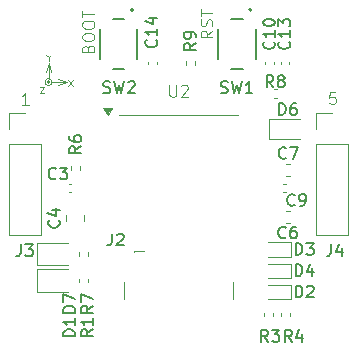
<source format=gto>
G04 #@! TF.GenerationSoftware,KiCad,Pcbnew,7.0.11*
G04 #@! TF.CreationDate,2025-04-13T23:55:20+09:00*
G04 #@! TF.ProjectId,sch16t_evt,73636831-3674-45f6-9576-742e6b696361,rev?*
G04 #@! TF.SameCoordinates,Original*
G04 #@! TF.FileFunction,Legend,Top*
G04 #@! TF.FilePolarity,Positive*
%FSLAX46Y46*%
G04 Gerber Fmt 4.6, Leading zero omitted, Abs format (unit mm)*
G04 Created by KiCad (PCBNEW 7.0.11) date 2025-04-13 23:55:20*
%MOMM*%
%LPD*%
G01*
G04 APERTURE LIST*
%ADD10C,0.100000*%
%ADD11C,0.150000*%
%ADD12C,0.120000*%
%ADD13C,0.127000*%
G04 APERTURE END LIST*
D10*
X139000001Y-92225000D02*
G75*
G03*
X138999999Y-92225000I-1J0D01*
G01*
X138999999Y-92225000D02*
G75*
G03*
X139000001Y-92225000I1J0D01*
G01*
X138250000Y-92625000D02*
X138650000Y-92625000D01*
X138800000Y-89925000D02*
X139000000Y-90125000D01*
X141050000Y-92025000D02*
X140650000Y-92525000D01*
X139300000Y-92225000D02*
G75*
G03*
X138700000Y-92225000I-300000J0D01*
G01*
X138700000Y-92225000D02*
G75*
G03*
X139300000Y-92225000I300000J0D01*
G01*
X139000000Y-90625000D02*
X139000000Y-91925000D01*
X139000000Y-90125000D02*
X139000000Y-90425000D01*
X139000000Y-90125000D02*
X139200000Y-89925000D01*
X138650000Y-92625000D02*
X138250000Y-93125000D01*
X138250000Y-93125000D02*
X138650000Y-93125000D01*
X140650000Y-92025000D02*
X141050000Y-92525000D01*
X140575000Y-92225000D02*
X139825000Y-91975000D01*
X139100000Y-92225000D02*
G75*
G03*
X138900000Y-92225000I-100000J0D01*
G01*
X138900000Y-92225000D02*
G75*
G03*
X139100000Y-92225000I100000J0D01*
G01*
X139000000Y-90625000D02*
X138750000Y-91375000D01*
X140575000Y-92225000D02*
X139300000Y-92225000D01*
X139000000Y-90625000D02*
X139250000Y-91375000D01*
X140575000Y-92225000D02*
X139825000Y-92475000D01*
X152872419Y-87874687D02*
X152396228Y-88208020D01*
X152872419Y-88446115D02*
X151872419Y-88446115D01*
X151872419Y-88446115D02*
X151872419Y-88065163D01*
X151872419Y-88065163D02*
X151920038Y-87969925D01*
X151920038Y-87969925D02*
X151967657Y-87922306D01*
X151967657Y-87922306D02*
X152062895Y-87874687D01*
X152062895Y-87874687D02*
X152205752Y-87874687D01*
X152205752Y-87874687D02*
X152300990Y-87922306D01*
X152300990Y-87922306D02*
X152348609Y-87969925D01*
X152348609Y-87969925D02*
X152396228Y-88065163D01*
X152396228Y-88065163D02*
X152396228Y-88446115D01*
X152824800Y-87493734D02*
X152872419Y-87350877D01*
X152872419Y-87350877D02*
X152872419Y-87112782D01*
X152872419Y-87112782D02*
X152824800Y-87017544D01*
X152824800Y-87017544D02*
X152777180Y-86969925D01*
X152777180Y-86969925D02*
X152681942Y-86922306D01*
X152681942Y-86922306D02*
X152586704Y-86922306D01*
X152586704Y-86922306D02*
X152491466Y-86969925D01*
X152491466Y-86969925D02*
X152443847Y-87017544D01*
X152443847Y-87017544D02*
X152396228Y-87112782D01*
X152396228Y-87112782D02*
X152348609Y-87303258D01*
X152348609Y-87303258D02*
X152300990Y-87398496D01*
X152300990Y-87398496D02*
X152253371Y-87446115D01*
X152253371Y-87446115D02*
X152158133Y-87493734D01*
X152158133Y-87493734D02*
X152062895Y-87493734D01*
X152062895Y-87493734D02*
X151967657Y-87446115D01*
X151967657Y-87446115D02*
X151920038Y-87398496D01*
X151920038Y-87398496D02*
X151872419Y-87303258D01*
X151872419Y-87303258D02*
X151872419Y-87065163D01*
X151872419Y-87065163D02*
X151920038Y-86922306D01*
X151872419Y-86636591D02*
X151872419Y-86065163D01*
X152872419Y-86350877D02*
X151872419Y-86350877D01*
X163280074Y-93072419D02*
X162803884Y-93072419D01*
X162803884Y-93072419D02*
X162756265Y-93548609D01*
X162756265Y-93548609D02*
X162803884Y-93500990D01*
X162803884Y-93500990D02*
X162899122Y-93453371D01*
X162899122Y-93453371D02*
X163137217Y-93453371D01*
X163137217Y-93453371D02*
X163232455Y-93500990D01*
X163232455Y-93500990D02*
X163280074Y-93548609D01*
X163280074Y-93548609D02*
X163327693Y-93643847D01*
X163327693Y-93643847D02*
X163327693Y-93881942D01*
X163327693Y-93881942D02*
X163280074Y-93977180D01*
X163280074Y-93977180D02*
X163232455Y-94024800D01*
X163232455Y-94024800D02*
X163137217Y-94072419D01*
X163137217Y-94072419D02*
X162899122Y-94072419D01*
X162899122Y-94072419D02*
X162803884Y-94024800D01*
X162803884Y-94024800D02*
X162756265Y-93977180D01*
X142348609Y-89362782D02*
X142396228Y-89219925D01*
X142396228Y-89219925D02*
X142443847Y-89172306D01*
X142443847Y-89172306D02*
X142539085Y-89124687D01*
X142539085Y-89124687D02*
X142681942Y-89124687D01*
X142681942Y-89124687D02*
X142777180Y-89172306D01*
X142777180Y-89172306D02*
X142824800Y-89219925D01*
X142824800Y-89219925D02*
X142872419Y-89315163D01*
X142872419Y-89315163D02*
X142872419Y-89696115D01*
X142872419Y-89696115D02*
X141872419Y-89696115D01*
X141872419Y-89696115D02*
X141872419Y-89362782D01*
X141872419Y-89362782D02*
X141920038Y-89267544D01*
X141920038Y-89267544D02*
X141967657Y-89219925D01*
X141967657Y-89219925D02*
X142062895Y-89172306D01*
X142062895Y-89172306D02*
X142158133Y-89172306D01*
X142158133Y-89172306D02*
X142253371Y-89219925D01*
X142253371Y-89219925D02*
X142300990Y-89267544D01*
X142300990Y-89267544D02*
X142348609Y-89362782D01*
X142348609Y-89362782D02*
X142348609Y-89696115D01*
X141872419Y-88505639D02*
X141872419Y-88315163D01*
X141872419Y-88315163D02*
X141920038Y-88219925D01*
X141920038Y-88219925D02*
X142015276Y-88124687D01*
X142015276Y-88124687D02*
X142205752Y-88077068D01*
X142205752Y-88077068D02*
X142539085Y-88077068D01*
X142539085Y-88077068D02*
X142729561Y-88124687D01*
X142729561Y-88124687D02*
X142824800Y-88219925D01*
X142824800Y-88219925D02*
X142872419Y-88315163D01*
X142872419Y-88315163D02*
X142872419Y-88505639D01*
X142872419Y-88505639D02*
X142824800Y-88600877D01*
X142824800Y-88600877D02*
X142729561Y-88696115D01*
X142729561Y-88696115D02*
X142539085Y-88743734D01*
X142539085Y-88743734D02*
X142205752Y-88743734D01*
X142205752Y-88743734D02*
X142015276Y-88696115D01*
X142015276Y-88696115D02*
X141920038Y-88600877D01*
X141920038Y-88600877D02*
X141872419Y-88505639D01*
X141872419Y-87458020D02*
X141872419Y-87267544D01*
X141872419Y-87267544D02*
X141920038Y-87172306D01*
X141920038Y-87172306D02*
X142015276Y-87077068D01*
X142015276Y-87077068D02*
X142205752Y-87029449D01*
X142205752Y-87029449D02*
X142539085Y-87029449D01*
X142539085Y-87029449D02*
X142729561Y-87077068D01*
X142729561Y-87077068D02*
X142824800Y-87172306D01*
X142824800Y-87172306D02*
X142872419Y-87267544D01*
X142872419Y-87267544D02*
X142872419Y-87458020D01*
X142872419Y-87458020D02*
X142824800Y-87553258D01*
X142824800Y-87553258D02*
X142729561Y-87648496D01*
X142729561Y-87648496D02*
X142539085Y-87696115D01*
X142539085Y-87696115D02*
X142205752Y-87696115D01*
X142205752Y-87696115D02*
X142015276Y-87648496D01*
X142015276Y-87648496D02*
X141920038Y-87553258D01*
X141920038Y-87553258D02*
X141872419Y-87458020D01*
X141872419Y-86743734D02*
X141872419Y-86172306D01*
X142872419Y-86458020D02*
X141872419Y-86458020D01*
X137327693Y-94122419D02*
X136756265Y-94122419D01*
X137041979Y-94122419D02*
X137041979Y-93122419D01*
X137041979Y-93122419D02*
X136946741Y-93265276D01*
X136946741Y-93265276D02*
X136851503Y-93360514D01*
X136851503Y-93360514D02*
X136756265Y-93408133D01*
D11*
X158511905Y-95003819D02*
X158511905Y-94003819D01*
X158511905Y-94003819D02*
X158750000Y-94003819D01*
X158750000Y-94003819D02*
X158892857Y-94051438D01*
X158892857Y-94051438D02*
X158988095Y-94146676D01*
X158988095Y-94146676D02*
X159035714Y-94241914D01*
X159035714Y-94241914D02*
X159083333Y-94432390D01*
X159083333Y-94432390D02*
X159083333Y-94575247D01*
X159083333Y-94575247D02*
X159035714Y-94765723D01*
X159035714Y-94765723D02*
X158988095Y-94860961D01*
X158988095Y-94860961D02*
X158892857Y-94956200D01*
X158892857Y-94956200D02*
X158750000Y-95003819D01*
X158750000Y-95003819D02*
X158511905Y-95003819D01*
X159940476Y-94003819D02*
X159750000Y-94003819D01*
X159750000Y-94003819D02*
X159654762Y-94051438D01*
X159654762Y-94051438D02*
X159607143Y-94099057D01*
X159607143Y-94099057D02*
X159511905Y-94241914D01*
X159511905Y-94241914D02*
X159464286Y-94432390D01*
X159464286Y-94432390D02*
X159464286Y-94813342D01*
X159464286Y-94813342D02*
X159511905Y-94908580D01*
X159511905Y-94908580D02*
X159559524Y-94956200D01*
X159559524Y-94956200D02*
X159654762Y-95003819D01*
X159654762Y-95003819D02*
X159845238Y-95003819D01*
X159845238Y-95003819D02*
X159940476Y-94956200D01*
X159940476Y-94956200D02*
X159988095Y-94908580D01*
X159988095Y-94908580D02*
X160035714Y-94813342D01*
X160035714Y-94813342D02*
X160035714Y-94575247D01*
X160035714Y-94575247D02*
X159988095Y-94480009D01*
X159988095Y-94480009D02*
X159940476Y-94432390D01*
X159940476Y-94432390D02*
X159845238Y-94384771D01*
X159845238Y-94384771D02*
X159654762Y-94384771D01*
X159654762Y-94384771D02*
X159559524Y-94432390D01*
X159559524Y-94432390D02*
X159511905Y-94480009D01*
X159511905Y-94480009D02*
X159464286Y-94575247D01*
X159359580Y-88796857D02*
X159407200Y-88844476D01*
X159407200Y-88844476D02*
X159454819Y-88987333D01*
X159454819Y-88987333D02*
X159454819Y-89082571D01*
X159454819Y-89082571D02*
X159407200Y-89225428D01*
X159407200Y-89225428D02*
X159311961Y-89320666D01*
X159311961Y-89320666D02*
X159216723Y-89368285D01*
X159216723Y-89368285D02*
X159026247Y-89415904D01*
X159026247Y-89415904D02*
X158883390Y-89415904D01*
X158883390Y-89415904D02*
X158692914Y-89368285D01*
X158692914Y-89368285D02*
X158597676Y-89320666D01*
X158597676Y-89320666D02*
X158502438Y-89225428D01*
X158502438Y-89225428D02*
X158454819Y-89082571D01*
X158454819Y-89082571D02*
X158454819Y-88987333D01*
X158454819Y-88987333D02*
X158502438Y-88844476D01*
X158502438Y-88844476D02*
X158550057Y-88796857D01*
X159454819Y-87844476D02*
X159454819Y-88415904D01*
X159454819Y-88130190D02*
X158454819Y-88130190D01*
X158454819Y-88130190D02*
X158597676Y-88225428D01*
X158597676Y-88225428D02*
X158692914Y-88320666D01*
X158692914Y-88320666D02*
X158740533Y-88415904D01*
X158454819Y-87511142D02*
X158454819Y-86892095D01*
X158454819Y-86892095D02*
X158835771Y-87225428D01*
X158835771Y-87225428D02*
X158835771Y-87082571D01*
X158835771Y-87082571D02*
X158883390Y-86987333D01*
X158883390Y-86987333D02*
X158931009Y-86939714D01*
X158931009Y-86939714D02*
X159026247Y-86892095D01*
X159026247Y-86892095D02*
X159264342Y-86892095D01*
X159264342Y-86892095D02*
X159359580Y-86939714D01*
X159359580Y-86939714D02*
X159407200Y-86987333D01*
X159407200Y-86987333D02*
X159454819Y-87082571D01*
X159454819Y-87082571D02*
X159454819Y-87368285D01*
X159454819Y-87368285D02*
X159407200Y-87463523D01*
X159407200Y-87463523D02*
X159359580Y-87511142D01*
X136666666Y-105954819D02*
X136666666Y-106669104D01*
X136666666Y-106669104D02*
X136619047Y-106811961D01*
X136619047Y-106811961D02*
X136523809Y-106907200D01*
X136523809Y-106907200D02*
X136380952Y-106954819D01*
X136380952Y-106954819D02*
X136285714Y-106954819D01*
X137047619Y-105954819D02*
X137666666Y-105954819D01*
X137666666Y-105954819D02*
X137333333Y-106335771D01*
X137333333Y-106335771D02*
X137476190Y-106335771D01*
X137476190Y-106335771D02*
X137571428Y-106383390D01*
X137571428Y-106383390D02*
X137619047Y-106431009D01*
X137619047Y-106431009D02*
X137666666Y-106526247D01*
X137666666Y-106526247D02*
X137666666Y-106764342D01*
X137666666Y-106764342D02*
X137619047Y-106859580D01*
X137619047Y-106859580D02*
X137571428Y-106907200D01*
X137571428Y-106907200D02*
X137476190Y-106954819D01*
X137476190Y-106954819D02*
X137190476Y-106954819D01*
X137190476Y-106954819D02*
X137095238Y-106907200D01*
X137095238Y-106907200D02*
X137047619Y-106859580D01*
X151454819Y-88916666D02*
X150978628Y-89249999D01*
X151454819Y-89488094D02*
X150454819Y-89488094D01*
X150454819Y-89488094D02*
X150454819Y-89107142D01*
X150454819Y-89107142D02*
X150502438Y-89011904D01*
X150502438Y-89011904D02*
X150550057Y-88964285D01*
X150550057Y-88964285D02*
X150645295Y-88916666D01*
X150645295Y-88916666D02*
X150788152Y-88916666D01*
X150788152Y-88916666D02*
X150883390Y-88964285D01*
X150883390Y-88964285D02*
X150931009Y-89011904D01*
X150931009Y-89011904D02*
X150978628Y-89107142D01*
X150978628Y-89107142D02*
X150978628Y-89488094D01*
X151454819Y-88440475D02*
X151454819Y-88249999D01*
X151454819Y-88249999D02*
X151407200Y-88154761D01*
X151407200Y-88154761D02*
X151359580Y-88107142D01*
X151359580Y-88107142D02*
X151216723Y-88011904D01*
X151216723Y-88011904D02*
X151026247Y-87964285D01*
X151026247Y-87964285D02*
X150645295Y-87964285D01*
X150645295Y-87964285D02*
X150550057Y-88011904D01*
X150550057Y-88011904D02*
X150502438Y-88059523D01*
X150502438Y-88059523D02*
X150454819Y-88154761D01*
X150454819Y-88154761D02*
X150454819Y-88345237D01*
X150454819Y-88345237D02*
X150502438Y-88440475D01*
X150502438Y-88440475D02*
X150550057Y-88488094D01*
X150550057Y-88488094D02*
X150645295Y-88535713D01*
X150645295Y-88535713D02*
X150883390Y-88535713D01*
X150883390Y-88535713D02*
X150978628Y-88488094D01*
X150978628Y-88488094D02*
X151026247Y-88440475D01*
X151026247Y-88440475D02*
X151073866Y-88345237D01*
X151073866Y-88345237D02*
X151073866Y-88154761D01*
X151073866Y-88154761D02*
X151026247Y-88059523D01*
X151026247Y-88059523D02*
X150978628Y-88011904D01*
X150978628Y-88011904D02*
X150883390Y-87964285D01*
X141754819Y-97666666D02*
X141278628Y-97999999D01*
X141754819Y-98238094D02*
X140754819Y-98238094D01*
X140754819Y-98238094D02*
X140754819Y-97857142D01*
X140754819Y-97857142D02*
X140802438Y-97761904D01*
X140802438Y-97761904D02*
X140850057Y-97714285D01*
X140850057Y-97714285D02*
X140945295Y-97666666D01*
X140945295Y-97666666D02*
X141088152Y-97666666D01*
X141088152Y-97666666D02*
X141183390Y-97714285D01*
X141183390Y-97714285D02*
X141231009Y-97761904D01*
X141231009Y-97761904D02*
X141278628Y-97857142D01*
X141278628Y-97857142D02*
X141278628Y-98238094D01*
X140754819Y-96809523D02*
X140754819Y-96999999D01*
X140754819Y-96999999D02*
X140802438Y-97095237D01*
X140802438Y-97095237D02*
X140850057Y-97142856D01*
X140850057Y-97142856D02*
X140992914Y-97238094D01*
X140992914Y-97238094D02*
X141183390Y-97285713D01*
X141183390Y-97285713D02*
X141564342Y-97285713D01*
X141564342Y-97285713D02*
X141659580Y-97238094D01*
X141659580Y-97238094D02*
X141707200Y-97190475D01*
X141707200Y-97190475D02*
X141754819Y-97095237D01*
X141754819Y-97095237D02*
X141754819Y-96904761D01*
X141754819Y-96904761D02*
X141707200Y-96809523D01*
X141707200Y-96809523D02*
X141659580Y-96761904D01*
X141659580Y-96761904D02*
X141564342Y-96714285D01*
X141564342Y-96714285D02*
X141326247Y-96714285D01*
X141326247Y-96714285D02*
X141231009Y-96761904D01*
X141231009Y-96761904D02*
X141183390Y-96809523D01*
X141183390Y-96809523D02*
X141135771Y-96904761D01*
X141135771Y-96904761D02*
X141135771Y-97095237D01*
X141135771Y-97095237D02*
X141183390Y-97190475D01*
X141183390Y-97190475D02*
X141231009Y-97238094D01*
X141231009Y-97238094D02*
X141326247Y-97285713D01*
X142754819Y-111166666D02*
X142278628Y-111499999D01*
X142754819Y-111738094D02*
X141754819Y-111738094D01*
X141754819Y-111738094D02*
X141754819Y-111357142D01*
X141754819Y-111357142D02*
X141802438Y-111261904D01*
X141802438Y-111261904D02*
X141850057Y-111214285D01*
X141850057Y-111214285D02*
X141945295Y-111166666D01*
X141945295Y-111166666D02*
X142088152Y-111166666D01*
X142088152Y-111166666D02*
X142183390Y-111214285D01*
X142183390Y-111214285D02*
X142231009Y-111261904D01*
X142231009Y-111261904D02*
X142278628Y-111357142D01*
X142278628Y-111357142D02*
X142278628Y-111738094D01*
X141754819Y-110833332D02*
X141754819Y-110166666D01*
X141754819Y-110166666D02*
X142754819Y-110595237D01*
X139859580Y-103916666D02*
X139907200Y-103964285D01*
X139907200Y-103964285D02*
X139954819Y-104107142D01*
X139954819Y-104107142D02*
X139954819Y-104202380D01*
X139954819Y-104202380D02*
X139907200Y-104345237D01*
X139907200Y-104345237D02*
X139811961Y-104440475D01*
X139811961Y-104440475D02*
X139716723Y-104488094D01*
X139716723Y-104488094D02*
X139526247Y-104535713D01*
X139526247Y-104535713D02*
X139383390Y-104535713D01*
X139383390Y-104535713D02*
X139192914Y-104488094D01*
X139192914Y-104488094D02*
X139097676Y-104440475D01*
X139097676Y-104440475D02*
X139002438Y-104345237D01*
X139002438Y-104345237D02*
X138954819Y-104202380D01*
X138954819Y-104202380D02*
X138954819Y-104107142D01*
X138954819Y-104107142D02*
X139002438Y-103964285D01*
X139002438Y-103964285D02*
X139050057Y-103916666D01*
X139288152Y-103059523D02*
X139954819Y-103059523D01*
X138907200Y-103297618D02*
X139621485Y-103535713D01*
X139621485Y-103535713D02*
X139621485Y-102916666D01*
X141254819Y-111738094D02*
X140254819Y-111738094D01*
X140254819Y-111738094D02*
X140254819Y-111499999D01*
X140254819Y-111499999D02*
X140302438Y-111357142D01*
X140302438Y-111357142D02*
X140397676Y-111261904D01*
X140397676Y-111261904D02*
X140492914Y-111214285D01*
X140492914Y-111214285D02*
X140683390Y-111166666D01*
X140683390Y-111166666D02*
X140826247Y-111166666D01*
X140826247Y-111166666D02*
X141016723Y-111214285D01*
X141016723Y-111214285D02*
X141111961Y-111261904D01*
X141111961Y-111261904D02*
X141207200Y-111357142D01*
X141207200Y-111357142D02*
X141254819Y-111499999D01*
X141254819Y-111499999D02*
X141254819Y-111738094D01*
X140254819Y-110833332D02*
X140254819Y-110166666D01*
X140254819Y-110166666D02*
X141254819Y-110595237D01*
X159909905Y-106854819D02*
X159909905Y-105854819D01*
X159909905Y-105854819D02*
X160148000Y-105854819D01*
X160148000Y-105854819D02*
X160290857Y-105902438D01*
X160290857Y-105902438D02*
X160386095Y-105997676D01*
X160386095Y-105997676D02*
X160433714Y-106092914D01*
X160433714Y-106092914D02*
X160481333Y-106283390D01*
X160481333Y-106283390D02*
X160481333Y-106426247D01*
X160481333Y-106426247D02*
X160433714Y-106616723D01*
X160433714Y-106616723D02*
X160386095Y-106711961D01*
X160386095Y-106711961D02*
X160290857Y-106807200D01*
X160290857Y-106807200D02*
X160148000Y-106854819D01*
X160148000Y-106854819D02*
X159909905Y-106854819D01*
X160814667Y-105854819D02*
X161433714Y-105854819D01*
X161433714Y-105854819D02*
X161100381Y-106235771D01*
X161100381Y-106235771D02*
X161243238Y-106235771D01*
X161243238Y-106235771D02*
X161338476Y-106283390D01*
X161338476Y-106283390D02*
X161386095Y-106331009D01*
X161386095Y-106331009D02*
X161433714Y-106426247D01*
X161433714Y-106426247D02*
X161433714Y-106664342D01*
X161433714Y-106664342D02*
X161386095Y-106759580D01*
X161386095Y-106759580D02*
X161338476Y-106807200D01*
X161338476Y-106807200D02*
X161243238Y-106854819D01*
X161243238Y-106854819D02*
X160957524Y-106854819D01*
X160957524Y-106854819D02*
X160862286Y-106807200D01*
X160862286Y-106807200D02*
X160814667Y-106759580D01*
X159833333Y-102609580D02*
X159785714Y-102657200D01*
X159785714Y-102657200D02*
X159642857Y-102704819D01*
X159642857Y-102704819D02*
X159547619Y-102704819D01*
X159547619Y-102704819D02*
X159404762Y-102657200D01*
X159404762Y-102657200D02*
X159309524Y-102561961D01*
X159309524Y-102561961D02*
X159261905Y-102466723D01*
X159261905Y-102466723D02*
X159214286Y-102276247D01*
X159214286Y-102276247D02*
X159214286Y-102133390D01*
X159214286Y-102133390D02*
X159261905Y-101942914D01*
X159261905Y-101942914D02*
X159309524Y-101847676D01*
X159309524Y-101847676D02*
X159404762Y-101752438D01*
X159404762Y-101752438D02*
X159547619Y-101704819D01*
X159547619Y-101704819D02*
X159642857Y-101704819D01*
X159642857Y-101704819D02*
X159785714Y-101752438D01*
X159785714Y-101752438D02*
X159833333Y-101800057D01*
X160309524Y-102704819D02*
X160500000Y-102704819D01*
X160500000Y-102704819D02*
X160595238Y-102657200D01*
X160595238Y-102657200D02*
X160642857Y-102609580D01*
X160642857Y-102609580D02*
X160738095Y-102466723D01*
X160738095Y-102466723D02*
X160785714Y-102276247D01*
X160785714Y-102276247D02*
X160785714Y-101895295D01*
X160785714Y-101895295D02*
X160738095Y-101800057D01*
X160738095Y-101800057D02*
X160690476Y-101752438D01*
X160690476Y-101752438D02*
X160595238Y-101704819D01*
X160595238Y-101704819D02*
X160404762Y-101704819D01*
X160404762Y-101704819D02*
X160309524Y-101752438D01*
X160309524Y-101752438D02*
X160261905Y-101800057D01*
X160261905Y-101800057D02*
X160214286Y-101895295D01*
X160214286Y-101895295D02*
X160214286Y-102133390D01*
X160214286Y-102133390D02*
X160261905Y-102228628D01*
X160261905Y-102228628D02*
X160309524Y-102276247D01*
X160309524Y-102276247D02*
X160404762Y-102323866D01*
X160404762Y-102323866D02*
X160595238Y-102323866D01*
X160595238Y-102323866D02*
X160690476Y-102276247D01*
X160690476Y-102276247D02*
X160738095Y-102228628D01*
X160738095Y-102228628D02*
X160785714Y-102133390D01*
X153589546Y-93107861D02*
X153732630Y-93155555D01*
X153732630Y-93155555D02*
X153971104Y-93155555D01*
X153971104Y-93155555D02*
X154066494Y-93107861D01*
X154066494Y-93107861D02*
X154114189Y-93060166D01*
X154114189Y-93060166D02*
X154161883Y-92964776D01*
X154161883Y-92964776D02*
X154161883Y-92869386D01*
X154161883Y-92869386D02*
X154114189Y-92773997D01*
X154114189Y-92773997D02*
X154066494Y-92726302D01*
X154066494Y-92726302D02*
X153971104Y-92678607D01*
X153971104Y-92678607D02*
X153780325Y-92630912D01*
X153780325Y-92630912D02*
X153684935Y-92583218D01*
X153684935Y-92583218D02*
X153637241Y-92535523D01*
X153637241Y-92535523D02*
X153589546Y-92440133D01*
X153589546Y-92440133D02*
X153589546Y-92344744D01*
X153589546Y-92344744D02*
X153637241Y-92249354D01*
X153637241Y-92249354D02*
X153684935Y-92201659D01*
X153684935Y-92201659D02*
X153780325Y-92153964D01*
X153780325Y-92153964D02*
X154018799Y-92153964D01*
X154018799Y-92153964D02*
X154161883Y-92201659D01*
X154495747Y-92153964D02*
X154734221Y-93155555D01*
X154734221Y-93155555D02*
X154925000Y-92440133D01*
X154925000Y-92440133D02*
X155115779Y-93155555D01*
X155115779Y-93155555D02*
X155354254Y-92153964D01*
X156260454Y-93155555D02*
X155688117Y-93155555D01*
X155974286Y-93155555D02*
X155974286Y-92153964D01*
X155974286Y-92153964D02*
X155878896Y-92297049D01*
X155878896Y-92297049D02*
X155783506Y-92392438D01*
X155783506Y-92392438D02*
X155688117Y-92440133D01*
X158059580Y-88796857D02*
X158107200Y-88844476D01*
X158107200Y-88844476D02*
X158154819Y-88987333D01*
X158154819Y-88987333D02*
X158154819Y-89082571D01*
X158154819Y-89082571D02*
X158107200Y-89225428D01*
X158107200Y-89225428D02*
X158011961Y-89320666D01*
X158011961Y-89320666D02*
X157916723Y-89368285D01*
X157916723Y-89368285D02*
X157726247Y-89415904D01*
X157726247Y-89415904D02*
X157583390Y-89415904D01*
X157583390Y-89415904D02*
X157392914Y-89368285D01*
X157392914Y-89368285D02*
X157297676Y-89320666D01*
X157297676Y-89320666D02*
X157202438Y-89225428D01*
X157202438Y-89225428D02*
X157154819Y-89082571D01*
X157154819Y-89082571D02*
X157154819Y-88987333D01*
X157154819Y-88987333D02*
X157202438Y-88844476D01*
X157202438Y-88844476D02*
X157250057Y-88796857D01*
X158154819Y-87844476D02*
X158154819Y-88415904D01*
X158154819Y-88130190D02*
X157154819Y-88130190D01*
X157154819Y-88130190D02*
X157297676Y-88225428D01*
X157297676Y-88225428D02*
X157392914Y-88320666D01*
X157392914Y-88320666D02*
X157440533Y-88415904D01*
X157154819Y-87225428D02*
X157154819Y-87130190D01*
X157154819Y-87130190D02*
X157202438Y-87034952D01*
X157202438Y-87034952D02*
X157250057Y-86987333D01*
X157250057Y-86987333D02*
X157345295Y-86939714D01*
X157345295Y-86939714D02*
X157535771Y-86892095D01*
X157535771Y-86892095D02*
X157773866Y-86892095D01*
X157773866Y-86892095D02*
X157964342Y-86939714D01*
X157964342Y-86939714D02*
X158059580Y-86987333D01*
X158059580Y-86987333D02*
X158107200Y-87034952D01*
X158107200Y-87034952D02*
X158154819Y-87130190D01*
X158154819Y-87130190D02*
X158154819Y-87225428D01*
X158154819Y-87225428D02*
X158107200Y-87320666D01*
X158107200Y-87320666D02*
X158059580Y-87368285D01*
X158059580Y-87368285D02*
X157964342Y-87415904D01*
X157964342Y-87415904D02*
X157773866Y-87463523D01*
X157773866Y-87463523D02*
X157535771Y-87463523D01*
X157535771Y-87463523D02*
X157345295Y-87415904D01*
X157345295Y-87415904D02*
X157250057Y-87368285D01*
X157250057Y-87368285D02*
X157202438Y-87320666D01*
X157202438Y-87320666D02*
X157154819Y-87225428D01*
X144366666Y-105054819D02*
X144366666Y-105769104D01*
X144366666Y-105769104D02*
X144319047Y-105911961D01*
X144319047Y-105911961D02*
X144223809Y-106007200D01*
X144223809Y-106007200D02*
X144080952Y-106054819D01*
X144080952Y-106054819D02*
X143985714Y-106054819D01*
X144795238Y-105150057D02*
X144842857Y-105102438D01*
X144842857Y-105102438D02*
X144938095Y-105054819D01*
X144938095Y-105054819D02*
X145176190Y-105054819D01*
X145176190Y-105054819D02*
X145271428Y-105102438D01*
X145271428Y-105102438D02*
X145319047Y-105150057D01*
X145319047Y-105150057D02*
X145366666Y-105245295D01*
X145366666Y-105245295D02*
X145366666Y-105340533D01*
X145366666Y-105340533D02*
X145319047Y-105483390D01*
X145319047Y-105483390D02*
X144747619Y-106054819D01*
X144747619Y-106054819D02*
X145366666Y-106054819D01*
X157583333Y-114204819D02*
X157250000Y-113728628D01*
X157011905Y-114204819D02*
X157011905Y-113204819D01*
X157011905Y-113204819D02*
X157392857Y-113204819D01*
X157392857Y-113204819D02*
X157488095Y-113252438D01*
X157488095Y-113252438D02*
X157535714Y-113300057D01*
X157535714Y-113300057D02*
X157583333Y-113395295D01*
X157583333Y-113395295D02*
X157583333Y-113538152D01*
X157583333Y-113538152D02*
X157535714Y-113633390D01*
X157535714Y-113633390D02*
X157488095Y-113681009D01*
X157488095Y-113681009D02*
X157392857Y-113728628D01*
X157392857Y-113728628D02*
X157011905Y-113728628D01*
X157916667Y-113204819D02*
X158535714Y-113204819D01*
X158535714Y-113204819D02*
X158202381Y-113585771D01*
X158202381Y-113585771D02*
X158345238Y-113585771D01*
X158345238Y-113585771D02*
X158440476Y-113633390D01*
X158440476Y-113633390D02*
X158488095Y-113681009D01*
X158488095Y-113681009D02*
X158535714Y-113776247D01*
X158535714Y-113776247D02*
X158535714Y-114014342D01*
X158535714Y-114014342D02*
X158488095Y-114109580D01*
X158488095Y-114109580D02*
X158440476Y-114157200D01*
X158440476Y-114157200D02*
X158345238Y-114204819D01*
X158345238Y-114204819D02*
X158059524Y-114204819D01*
X158059524Y-114204819D02*
X157964286Y-114157200D01*
X157964286Y-114157200D02*
X157916667Y-114109580D01*
D10*
X149238095Y-92457419D02*
X149238095Y-93266942D01*
X149238095Y-93266942D02*
X149285714Y-93362180D01*
X149285714Y-93362180D02*
X149333333Y-93409800D01*
X149333333Y-93409800D02*
X149428571Y-93457419D01*
X149428571Y-93457419D02*
X149619047Y-93457419D01*
X149619047Y-93457419D02*
X149714285Y-93409800D01*
X149714285Y-93409800D02*
X149761904Y-93362180D01*
X149761904Y-93362180D02*
X149809523Y-93266942D01*
X149809523Y-93266942D02*
X149809523Y-92457419D01*
X150238095Y-92552657D02*
X150285714Y-92505038D01*
X150285714Y-92505038D02*
X150380952Y-92457419D01*
X150380952Y-92457419D02*
X150619047Y-92457419D01*
X150619047Y-92457419D02*
X150714285Y-92505038D01*
X150714285Y-92505038D02*
X150761904Y-92552657D01*
X150761904Y-92552657D02*
X150809523Y-92647895D01*
X150809523Y-92647895D02*
X150809523Y-92743133D01*
X150809523Y-92743133D02*
X150761904Y-92885990D01*
X150761904Y-92885990D02*
X150190476Y-93457419D01*
X150190476Y-93457419D02*
X150809523Y-93457419D01*
D11*
X159108333Y-98629580D02*
X159060714Y-98677200D01*
X159060714Y-98677200D02*
X158917857Y-98724819D01*
X158917857Y-98724819D02*
X158822619Y-98724819D01*
X158822619Y-98724819D02*
X158679762Y-98677200D01*
X158679762Y-98677200D02*
X158584524Y-98581961D01*
X158584524Y-98581961D02*
X158536905Y-98486723D01*
X158536905Y-98486723D02*
X158489286Y-98296247D01*
X158489286Y-98296247D02*
X158489286Y-98153390D01*
X158489286Y-98153390D02*
X158536905Y-97962914D01*
X158536905Y-97962914D02*
X158584524Y-97867676D01*
X158584524Y-97867676D02*
X158679762Y-97772438D01*
X158679762Y-97772438D02*
X158822619Y-97724819D01*
X158822619Y-97724819D02*
X158917857Y-97724819D01*
X158917857Y-97724819D02*
X159060714Y-97772438D01*
X159060714Y-97772438D02*
X159108333Y-97820057D01*
X159441667Y-97724819D02*
X160108333Y-97724819D01*
X160108333Y-97724819D02*
X159679762Y-98724819D01*
X143636546Y-93107861D02*
X143779630Y-93155555D01*
X143779630Y-93155555D02*
X144018104Y-93155555D01*
X144018104Y-93155555D02*
X144113494Y-93107861D01*
X144113494Y-93107861D02*
X144161189Y-93060166D01*
X144161189Y-93060166D02*
X144208883Y-92964776D01*
X144208883Y-92964776D02*
X144208883Y-92869386D01*
X144208883Y-92869386D02*
X144161189Y-92773997D01*
X144161189Y-92773997D02*
X144113494Y-92726302D01*
X144113494Y-92726302D02*
X144018104Y-92678607D01*
X144018104Y-92678607D02*
X143827325Y-92630912D01*
X143827325Y-92630912D02*
X143731935Y-92583218D01*
X143731935Y-92583218D02*
X143684241Y-92535523D01*
X143684241Y-92535523D02*
X143636546Y-92440133D01*
X143636546Y-92440133D02*
X143636546Y-92344744D01*
X143636546Y-92344744D02*
X143684241Y-92249354D01*
X143684241Y-92249354D02*
X143731935Y-92201659D01*
X143731935Y-92201659D02*
X143827325Y-92153964D01*
X143827325Y-92153964D02*
X144065799Y-92153964D01*
X144065799Y-92153964D02*
X144208883Y-92201659D01*
X144542747Y-92153964D02*
X144781221Y-93155555D01*
X144781221Y-93155555D02*
X144972000Y-92440133D01*
X144972000Y-92440133D02*
X145162779Y-93155555D01*
X145162779Y-93155555D02*
X145401254Y-92153964D01*
X145735117Y-92249354D02*
X145782812Y-92201659D01*
X145782812Y-92201659D02*
X145878201Y-92153964D01*
X145878201Y-92153964D02*
X146116675Y-92153964D01*
X146116675Y-92153964D02*
X146212065Y-92201659D01*
X146212065Y-92201659D02*
X146259760Y-92249354D01*
X146259760Y-92249354D02*
X146307454Y-92344744D01*
X146307454Y-92344744D02*
X146307454Y-92440133D01*
X146307454Y-92440133D02*
X146259760Y-92583218D01*
X146259760Y-92583218D02*
X145687422Y-93155555D01*
X145687422Y-93155555D02*
X146307454Y-93155555D01*
X159083333Y-105359580D02*
X159035714Y-105407200D01*
X159035714Y-105407200D02*
X158892857Y-105454819D01*
X158892857Y-105454819D02*
X158797619Y-105454819D01*
X158797619Y-105454819D02*
X158654762Y-105407200D01*
X158654762Y-105407200D02*
X158559524Y-105311961D01*
X158559524Y-105311961D02*
X158511905Y-105216723D01*
X158511905Y-105216723D02*
X158464286Y-105026247D01*
X158464286Y-105026247D02*
X158464286Y-104883390D01*
X158464286Y-104883390D02*
X158511905Y-104692914D01*
X158511905Y-104692914D02*
X158559524Y-104597676D01*
X158559524Y-104597676D02*
X158654762Y-104502438D01*
X158654762Y-104502438D02*
X158797619Y-104454819D01*
X158797619Y-104454819D02*
X158892857Y-104454819D01*
X158892857Y-104454819D02*
X159035714Y-104502438D01*
X159035714Y-104502438D02*
X159083333Y-104550057D01*
X159940476Y-104454819D02*
X159750000Y-104454819D01*
X159750000Y-104454819D02*
X159654762Y-104502438D01*
X159654762Y-104502438D02*
X159607143Y-104550057D01*
X159607143Y-104550057D02*
X159511905Y-104692914D01*
X159511905Y-104692914D02*
X159464286Y-104883390D01*
X159464286Y-104883390D02*
X159464286Y-105264342D01*
X159464286Y-105264342D02*
X159511905Y-105359580D01*
X159511905Y-105359580D02*
X159559524Y-105407200D01*
X159559524Y-105407200D02*
X159654762Y-105454819D01*
X159654762Y-105454819D02*
X159845238Y-105454819D01*
X159845238Y-105454819D02*
X159940476Y-105407200D01*
X159940476Y-105407200D02*
X159988095Y-105359580D01*
X159988095Y-105359580D02*
X160035714Y-105264342D01*
X160035714Y-105264342D02*
X160035714Y-105026247D01*
X160035714Y-105026247D02*
X159988095Y-104931009D01*
X159988095Y-104931009D02*
X159940476Y-104883390D01*
X159940476Y-104883390D02*
X159845238Y-104835771D01*
X159845238Y-104835771D02*
X159654762Y-104835771D01*
X159654762Y-104835771D02*
X159559524Y-104883390D01*
X159559524Y-104883390D02*
X159511905Y-104931009D01*
X159511905Y-104931009D02*
X159464286Y-105026247D01*
X159909905Y-108654819D02*
X159909905Y-107654819D01*
X159909905Y-107654819D02*
X160148000Y-107654819D01*
X160148000Y-107654819D02*
X160290857Y-107702438D01*
X160290857Y-107702438D02*
X160386095Y-107797676D01*
X160386095Y-107797676D02*
X160433714Y-107892914D01*
X160433714Y-107892914D02*
X160481333Y-108083390D01*
X160481333Y-108083390D02*
X160481333Y-108226247D01*
X160481333Y-108226247D02*
X160433714Y-108416723D01*
X160433714Y-108416723D02*
X160386095Y-108511961D01*
X160386095Y-108511961D02*
X160290857Y-108607200D01*
X160290857Y-108607200D02*
X160148000Y-108654819D01*
X160148000Y-108654819D02*
X159909905Y-108654819D01*
X161338476Y-107988152D02*
X161338476Y-108654819D01*
X161100381Y-107607200D02*
X160862286Y-108321485D01*
X160862286Y-108321485D02*
X161481333Y-108321485D01*
X159909905Y-110454819D02*
X159909905Y-109454819D01*
X159909905Y-109454819D02*
X160148000Y-109454819D01*
X160148000Y-109454819D02*
X160290857Y-109502438D01*
X160290857Y-109502438D02*
X160386095Y-109597676D01*
X160386095Y-109597676D02*
X160433714Y-109692914D01*
X160433714Y-109692914D02*
X160481333Y-109883390D01*
X160481333Y-109883390D02*
X160481333Y-110026247D01*
X160481333Y-110026247D02*
X160433714Y-110216723D01*
X160433714Y-110216723D02*
X160386095Y-110311961D01*
X160386095Y-110311961D02*
X160290857Y-110407200D01*
X160290857Y-110407200D02*
X160148000Y-110454819D01*
X160148000Y-110454819D02*
X159909905Y-110454819D01*
X160862286Y-109550057D02*
X160909905Y-109502438D01*
X160909905Y-109502438D02*
X161005143Y-109454819D01*
X161005143Y-109454819D02*
X161243238Y-109454819D01*
X161243238Y-109454819D02*
X161338476Y-109502438D01*
X161338476Y-109502438D02*
X161386095Y-109550057D01*
X161386095Y-109550057D02*
X161433714Y-109645295D01*
X161433714Y-109645295D02*
X161433714Y-109740533D01*
X161433714Y-109740533D02*
X161386095Y-109883390D01*
X161386095Y-109883390D02*
X160814667Y-110454819D01*
X160814667Y-110454819D02*
X161433714Y-110454819D01*
X142754819Y-113166666D02*
X142278628Y-113499999D01*
X142754819Y-113738094D02*
X141754819Y-113738094D01*
X141754819Y-113738094D02*
X141754819Y-113357142D01*
X141754819Y-113357142D02*
X141802438Y-113261904D01*
X141802438Y-113261904D02*
X141850057Y-113214285D01*
X141850057Y-113214285D02*
X141945295Y-113166666D01*
X141945295Y-113166666D02*
X142088152Y-113166666D01*
X142088152Y-113166666D02*
X142183390Y-113214285D01*
X142183390Y-113214285D02*
X142231009Y-113261904D01*
X142231009Y-113261904D02*
X142278628Y-113357142D01*
X142278628Y-113357142D02*
X142278628Y-113738094D01*
X142754819Y-112214285D02*
X142754819Y-112785713D01*
X142754819Y-112499999D02*
X141754819Y-112499999D01*
X141754819Y-112499999D02*
X141897676Y-112595237D01*
X141897676Y-112595237D02*
X141992914Y-112690475D01*
X141992914Y-112690475D02*
X142040533Y-112785713D01*
X139633333Y-100359580D02*
X139585714Y-100407200D01*
X139585714Y-100407200D02*
X139442857Y-100454819D01*
X139442857Y-100454819D02*
X139347619Y-100454819D01*
X139347619Y-100454819D02*
X139204762Y-100407200D01*
X139204762Y-100407200D02*
X139109524Y-100311961D01*
X139109524Y-100311961D02*
X139061905Y-100216723D01*
X139061905Y-100216723D02*
X139014286Y-100026247D01*
X139014286Y-100026247D02*
X139014286Y-99883390D01*
X139014286Y-99883390D02*
X139061905Y-99692914D01*
X139061905Y-99692914D02*
X139109524Y-99597676D01*
X139109524Y-99597676D02*
X139204762Y-99502438D01*
X139204762Y-99502438D02*
X139347619Y-99454819D01*
X139347619Y-99454819D02*
X139442857Y-99454819D01*
X139442857Y-99454819D02*
X139585714Y-99502438D01*
X139585714Y-99502438D02*
X139633333Y-99550057D01*
X139966667Y-99454819D02*
X140585714Y-99454819D01*
X140585714Y-99454819D02*
X140252381Y-99835771D01*
X140252381Y-99835771D02*
X140395238Y-99835771D01*
X140395238Y-99835771D02*
X140490476Y-99883390D01*
X140490476Y-99883390D02*
X140538095Y-99931009D01*
X140538095Y-99931009D02*
X140585714Y-100026247D01*
X140585714Y-100026247D02*
X140585714Y-100264342D01*
X140585714Y-100264342D02*
X140538095Y-100359580D01*
X140538095Y-100359580D02*
X140490476Y-100407200D01*
X140490476Y-100407200D02*
X140395238Y-100454819D01*
X140395238Y-100454819D02*
X140109524Y-100454819D01*
X140109524Y-100454819D02*
X140014286Y-100407200D01*
X140014286Y-100407200D02*
X139966667Y-100359580D01*
X141254819Y-113738094D02*
X140254819Y-113738094D01*
X140254819Y-113738094D02*
X140254819Y-113499999D01*
X140254819Y-113499999D02*
X140302438Y-113357142D01*
X140302438Y-113357142D02*
X140397676Y-113261904D01*
X140397676Y-113261904D02*
X140492914Y-113214285D01*
X140492914Y-113214285D02*
X140683390Y-113166666D01*
X140683390Y-113166666D02*
X140826247Y-113166666D01*
X140826247Y-113166666D02*
X141016723Y-113214285D01*
X141016723Y-113214285D02*
X141111961Y-113261904D01*
X141111961Y-113261904D02*
X141207200Y-113357142D01*
X141207200Y-113357142D02*
X141254819Y-113499999D01*
X141254819Y-113499999D02*
X141254819Y-113738094D01*
X141254819Y-112214285D02*
X141254819Y-112785713D01*
X141254819Y-112499999D02*
X140254819Y-112499999D01*
X140254819Y-112499999D02*
X140397676Y-112595237D01*
X140397676Y-112595237D02*
X140492914Y-112690475D01*
X140492914Y-112690475D02*
X140540533Y-112785713D01*
X148109580Y-88642857D02*
X148157200Y-88690476D01*
X148157200Y-88690476D02*
X148204819Y-88833333D01*
X148204819Y-88833333D02*
X148204819Y-88928571D01*
X148204819Y-88928571D02*
X148157200Y-89071428D01*
X148157200Y-89071428D02*
X148061961Y-89166666D01*
X148061961Y-89166666D02*
X147966723Y-89214285D01*
X147966723Y-89214285D02*
X147776247Y-89261904D01*
X147776247Y-89261904D02*
X147633390Y-89261904D01*
X147633390Y-89261904D02*
X147442914Y-89214285D01*
X147442914Y-89214285D02*
X147347676Y-89166666D01*
X147347676Y-89166666D02*
X147252438Y-89071428D01*
X147252438Y-89071428D02*
X147204819Y-88928571D01*
X147204819Y-88928571D02*
X147204819Y-88833333D01*
X147204819Y-88833333D02*
X147252438Y-88690476D01*
X147252438Y-88690476D02*
X147300057Y-88642857D01*
X148204819Y-87690476D02*
X148204819Y-88261904D01*
X148204819Y-87976190D02*
X147204819Y-87976190D01*
X147204819Y-87976190D02*
X147347676Y-88071428D01*
X147347676Y-88071428D02*
X147442914Y-88166666D01*
X147442914Y-88166666D02*
X147490533Y-88261904D01*
X147538152Y-86833333D02*
X148204819Y-86833333D01*
X147157200Y-87071428D02*
X147871485Y-87309523D01*
X147871485Y-87309523D02*
X147871485Y-86690476D01*
X162916666Y-105954819D02*
X162916666Y-106669104D01*
X162916666Y-106669104D02*
X162869047Y-106811961D01*
X162869047Y-106811961D02*
X162773809Y-106907200D01*
X162773809Y-106907200D02*
X162630952Y-106954819D01*
X162630952Y-106954819D02*
X162535714Y-106954819D01*
X163821428Y-106288152D02*
X163821428Y-106954819D01*
X163583333Y-105907200D02*
X163345238Y-106621485D01*
X163345238Y-106621485D02*
X163964285Y-106621485D01*
X159583333Y-114204819D02*
X159250000Y-113728628D01*
X159011905Y-114204819D02*
X159011905Y-113204819D01*
X159011905Y-113204819D02*
X159392857Y-113204819D01*
X159392857Y-113204819D02*
X159488095Y-113252438D01*
X159488095Y-113252438D02*
X159535714Y-113300057D01*
X159535714Y-113300057D02*
X159583333Y-113395295D01*
X159583333Y-113395295D02*
X159583333Y-113538152D01*
X159583333Y-113538152D02*
X159535714Y-113633390D01*
X159535714Y-113633390D02*
X159488095Y-113681009D01*
X159488095Y-113681009D02*
X159392857Y-113728628D01*
X159392857Y-113728628D02*
X159011905Y-113728628D01*
X160440476Y-113538152D02*
X160440476Y-114204819D01*
X160202381Y-113157200D02*
X159964286Y-113871485D01*
X159964286Y-113871485D02*
X160583333Y-113871485D01*
X158033333Y-92654819D02*
X157700000Y-92178628D01*
X157461905Y-92654819D02*
X157461905Y-91654819D01*
X157461905Y-91654819D02*
X157842857Y-91654819D01*
X157842857Y-91654819D02*
X157938095Y-91702438D01*
X157938095Y-91702438D02*
X157985714Y-91750057D01*
X157985714Y-91750057D02*
X158033333Y-91845295D01*
X158033333Y-91845295D02*
X158033333Y-91988152D01*
X158033333Y-91988152D02*
X157985714Y-92083390D01*
X157985714Y-92083390D02*
X157938095Y-92131009D01*
X157938095Y-92131009D02*
X157842857Y-92178628D01*
X157842857Y-92178628D02*
X157461905Y-92178628D01*
X158604762Y-92083390D02*
X158509524Y-92035771D01*
X158509524Y-92035771D02*
X158461905Y-91988152D01*
X158461905Y-91988152D02*
X158414286Y-91892914D01*
X158414286Y-91892914D02*
X158414286Y-91845295D01*
X158414286Y-91845295D02*
X158461905Y-91750057D01*
X158461905Y-91750057D02*
X158509524Y-91702438D01*
X158509524Y-91702438D02*
X158604762Y-91654819D01*
X158604762Y-91654819D02*
X158795238Y-91654819D01*
X158795238Y-91654819D02*
X158890476Y-91702438D01*
X158890476Y-91702438D02*
X158938095Y-91750057D01*
X158938095Y-91750057D02*
X158985714Y-91845295D01*
X158985714Y-91845295D02*
X158985714Y-91892914D01*
X158985714Y-91892914D02*
X158938095Y-91988152D01*
X158938095Y-91988152D02*
X158890476Y-92035771D01*
X158890476Y-92035771D02*
X158795238Y-92083390D01*
X158795238Y-92083390D02*
X158604762Y-92083390D01*
X158604762Y-92083390D02*
X158509524Y-92131009D01*
X158509524Y-92131009D02*
X158461905Y-92178628D01*
X158461905Y-92178628D02*
X158414286Y-92273866D01*
X158414286Y-92273866D02*
X158414286Y-92464342D01*
X158414286Y-92464342D02*
X158461905Y-92559580D01*
X158461905Y-92559580D02*
X158509524Y-92607200D01*
X158509524Y-92607200D02*
X158604762Y-92654819D01*
X158604762Y-92654819D02*
X158795238Y-92654819D01*
X158795238Y-92654819D02*
X158890476Y-92607200D01*
X158890476Y-92607200D02*
X158938095Y-92559580D01*
X158938095Y-92559580D02*
X158985714Y-92464342D01*
X158985714Y-92464342D02*
X158985714Y-92273866D01*
X158985714Y-92273866D02*
X158938095Y-92178628D01*
X158938095Y-92178628D02*
X158890476Y-92131009D01*
X158890476Y-92131009D02*
X158795238Y-92083390D01*
D12*
X157640000Y-95350000D02*
X157640000Y-97050000D01*
X157640000Y-95350000D02*
X160300000Y-95350000D01*
X157640000Y-97050000D02*
X160300000Y-97050000D01*
X158640000Y-90702836D02*
X158640000Y-90487164D01*
X159360000Y-90702836D02*
X159360000Y-90487164D01*
X135670000Y-94880000D02*
X137000000Y-94880000D01*
X135670000Y-96210000D02*
X135670000Y-94880000D01*
X135670000Y-97480000D02*
X135670000Y-105160000D01*
X135670000Y-97480000D02*
X138330000Y-97480000D01*
X135670000Y-105160000D02*
X138330000Y-105160000D01*
X138330000Y-97480000D02*
X138330000Y-105160000D01*
X150620000Y-90763641D02*
X150620000Y-90456359D01*
X151380000Y-90763641D02*
X151380000Y-90456359D01*
X141680000Y-99356359D02*
X141680000Y-99663641D01*
X140920000Y-99356359D02*
X140920000Y-99663641D01*
X142380000Y-106606359D02*
X142380000Y-106913641D01*
X141620000Y-106606359D02*
X141620000Y-106913641D01*
X141985000Y-103488748D02*
X141985000Y-104011252D01*
X140515000Y-103488748D02*
X140515000Y-104011252D01*
X138002500Y-105810000D02*
X138002500Y-107730000D01*
X138002500Y-107730000D02*
X140687500Y-107730000D01*
X140687500Y-105810000D02*
X138002500Y-105810000D01*
X159560000Y-107000000D02*
X159560000Y-105800000D01*
X157600000Y-107000000D02*
X159560000Y-107000000D01*
X157600000Y-105800000D02*
X159560000Y-105800000D01*
X158872164Y-100840000D02*
X159087836Y-100840000D01*
X158872164Y-101560000D02*
X159087836Y-101560000D01*
D13*
X155425000Y-86900000D02*
X154425000Y-86900000D01*
X156525000Y-87750000D02*
X156525000Y-90250000D01*
X153325000Y-87750000D02*
X153325000Y-90250000D01*
X155425000Y-91100000D02*
X154425000Y-91100000D01*
X156186803Y-86100000D02*
G75*
G03*
X155963197Y-86100000I-111803J0D01*
G01*
X155963197Y-86100000D02*
G75*
G03*
X156186803Y-86100000I111803J0D01*
G01*
X156125000Y-86150000D02*
G75*
G03*
X156025000Y-86150000I-50000J0D01*
G01*
X156025000Y-86150000D02*
G75*
G03*
X156125000Y-86150000I50000J0D01*
G01*
D12*
X157340000Y-90702836D02*
X157340000Y-90487164D01*
X158060000Y-90702836D02*
X158060000Y-90487164D01*
X145420000Y-110565000D02*
X145420000Y-109155000D01*
X146240000Y-106485000D02*
X146240000Y-106635000D01*
X147040000Y-106485000D02*
X146240000Y-106485000D01*
X154580000Y-110565000D02*
X154580000Y-109155000D01*
X157980000Y-111746359D02*
X157980000Y-112053641D01*
X157220000Y-111746359D02*
X157220000Y-112053641D01*
D10*
X145000000Y-95000000D02*
X155000000Y-95000000D01*
X144000000Y-95000000D02*
X143600000Y-94455421D01*
X144400000Y-94455421D01*
X144000000Y-95000000D01*
G36*
X144000000Y-95000000D02*
G01*
X143600000Y-94455421D01*
X144400000Y-94455421D01*
X144000000Y-95000000D01*
G37*
D12*
X159134420Y-99190000D02*
X159415580Y-99190000D01*
X159134420Y-100210000D02*
X159415580Y-100210000D01*
D13*
X145425000Y-86900000D02*
X144425000Y-86900000D01*
X146525000Y-87750000D02*
X146525000Y-90250000D01*
X143325000Y-87750000D02*
X143325000Y-90250000D01*
X145425000Y-91100000D02*
X144425000Y-91100000D01*
X146186803Y-86100000D02*
G75*
G03*
X145963197Y-86100000I-111803J0D01*
G01*
X145963197Y-86100000D02*
G75*
G03*
X146186803Y-86100000I111803J0D01*
G01*
X146125000Y-86150000D02*
G75*
G03*
X146025000Y-86150000I-50000J0D01*
G01*
X146025000Y-86150000D02*
G75*
G03*
X146125000Y-86150000I50000J0D01*
G01*
D12*
X159134420Y-103103000D02*
X159415580Y-103103000D01*
X159134420Y-104123000D02*
X159415580Y-104123000D01*
X159560000Y-108800000D02*
X159560000Y-107600000D01*
X157600000Y-108800000D02*
X159560000Y-108800000D01*
X157600000Y-107600000D02*
X159560000Y-107600000D01*
X159560000Y-110600000D02*
X159560000Y-109400000D01*
X157600000Y-110600000D02*
X159560000Y-110600000D01*
X157600000Y-109400000D02*
X159560000Y-109400000D01*
X141620000Y-109163641D02*
X141620000Y-108856359D01*
X142380000Y-109163641D02*
X142380000Y-108856359D01*
X140927836Y-101560000D02*
X140712164Y-101560000D01*
X140927836Y-100840000D02*
X140712164Y-100840000D01*
X138002500Y-108040000D02*
X138002500Y-109960000D01*
X138002500Y-109960000D02*
X140687500Y-109960000D01*
X140687500Y-108040000D02*
X138002500Y-108040000D01*
X147440000Y-90702836D02*
X147440000Y-90487164D01*
X148160000Y-90702836D02*
X148160000Y-90487164D01*
X161670000Y-94880000D02*
X163000000Y-94880000D01*
X161670000Y-96210000D02*
X161670000Y-94880000D01*
X161670000Y-97480000D02*
X161670000Y-105160000D01*
X161670000Y-97480000D02*
X164330000Y-97480000D01*
X161670000Y-105160000D02*
X164330000Y-105160000D01*
X164330000Y-97480000D02*
X164330000Y-105160000D01*
X159480000Y-111746359D02*
X159480000Y-112053641D01*
X158720000Y-111746359D02*
X158720000Y-112053641D01*
X158363641Y-93580000D02*
X158056359Y-93580000D01*
X158363641Y-92820000D02*
X158056359Y-92820000D01*
M02*

</source>
